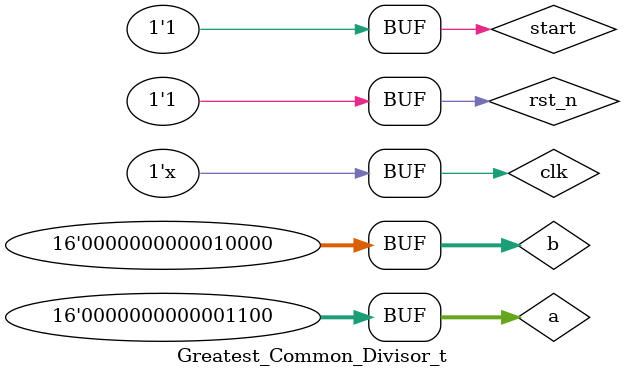
<source format=v>
`timescale 1ns/1ps

module Greatest_Common_Divisor_t;
    reg start = 0;
    reg [15:0] a = 0, b = 0;
    reg clk = 0;
    reg rst_n = 0;
    wire [15:0] gcd;
    wire done;
    wire [1:0] state;

    parameter cyc = 4;
    always # (cyc/2) clk = ~clk;

    Greatest_Common_Divisor G1(
        .start(start),
        .a(a),
        .b(b),
        .clk(clk),
        .rst_n(rst_n),
        .gcd(gcd),
        .done(done),
        .state(state)
    );
    
    initial begin
        #4 rst_n = 0;
        #8 rst_n = 1;
        #4 start = 1;
        a = 108;
        b = 36;
        #4 
        a = 0;
        b = 0;
        #24
        a = 16;
        b = 16;
        #8
        a = 12;
        b = 16;

    end
endmodule
</source>
